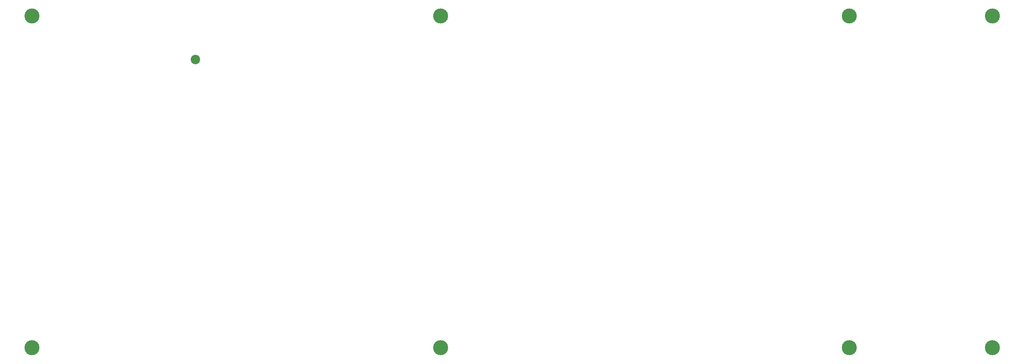
<source format=gbr>
G04 #@! TF.GenerationSoftware,KiCad,Pcbnew,(5.1.10-1-10_14)*
G04 #@! TF.CreationDate,2021-08-22T11:54:37-05:00*
G04 #@! TF.ProjectId,ori_bottom_plate,6f72695f-626f-4747-946f-6d5f706c6174,rev?*
G04 #@! TF.SameCoordinates,Original*
G04 #@! TF.FileFunction,Soldermask,Bot*
G04 #@! TF.FilePolarity,Negative*
%FSLAX46Y46*%
G04 Gerber Fmt 4.6, Leading zero omitted, Abs format (unit mm)*
G04 Created by KiCad (PCBNEW (5.1.10-1-10_14)) date 2021-08-22 11:54:37*
%MOMM*%
%LPD*%
G01*
G04 APERTURE LIST*
%ADD10C,2.200000*%
%ADD11C,3.500000*%
G04 APERTURE END LIST*
D10*
X203623474Y-49993944D03*
D11*
X356023442Y-117264265D03*
X356023442Y-39873575D03*
X260773394Y-117264265D03*
X260773394Y-39873575D03*
X165523314Y-117264265D03*
X165523314Y-39873575D03*
X389360818Y-39873640D03*
X389360818Y-117264200D03*
M02*

</source>
